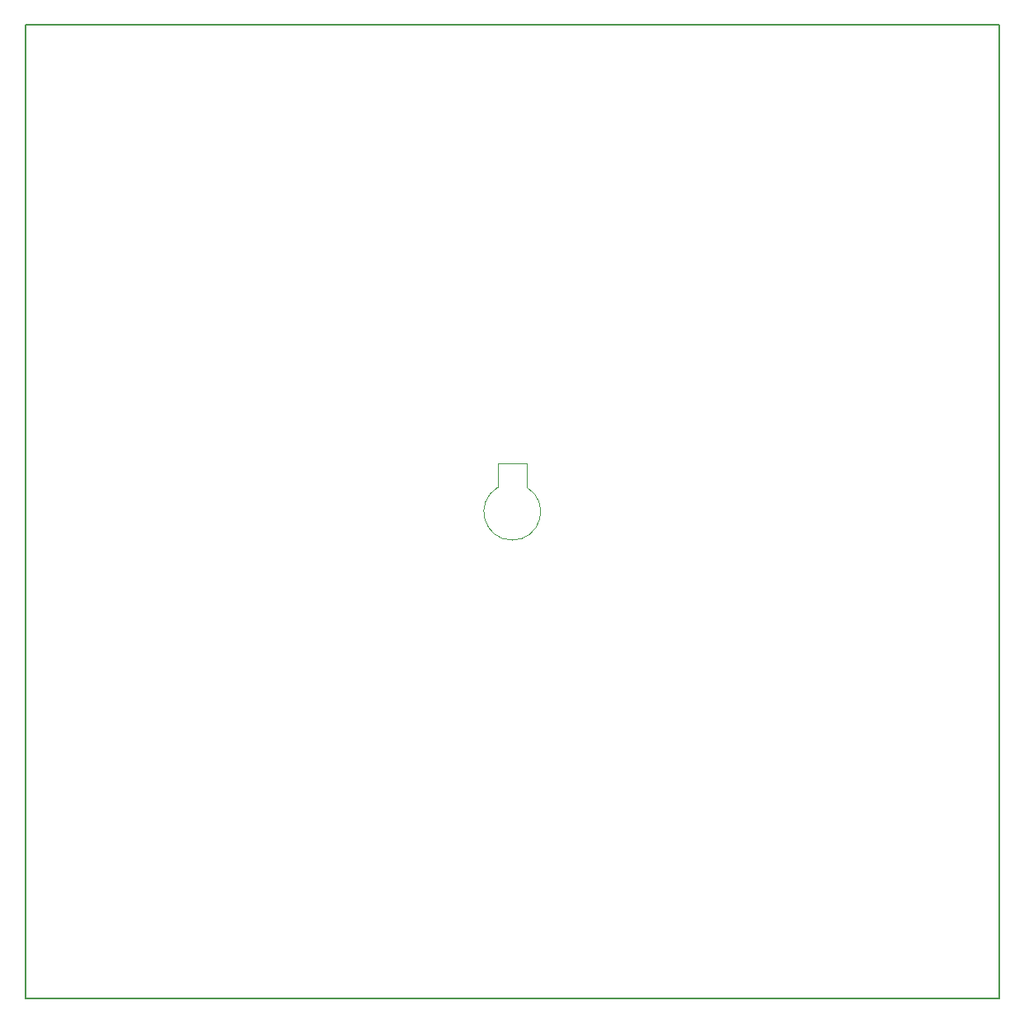
<source format=gbr>
%TF.GenerationSoftware,KiCad,Pcbnew,(6.0.1-0)*%
%TF.CreationDate,2022-09-11T14:38:19-04:00*%
%TF.ProjectId,platter,706c6174-7465-4722-9e6b-696361645f70,rev?*%
%TF.SameCoordinates,Original*%
%TF.FileFunction,Profile,NP*%
%FSLAX46Y46*%
G04 Gerber Fmt 4.6, Leading zero omitted, Abs format (unit mm)*
G04 Created by KiCad (PCBNEW (6.0.1-0)) date 2022-09-11 14:38:19*
%MOMM*%
%LPD*%
G01*
G04 APERTURE LIST*
%TA.AperFunction,Profile*%
%ADD10C,0.100000*%
%TD*%
%TA.AperFunction,Profile*%
%ADD11C,0.200000*%
%TD*%
G04 APERTURE END LIST*
D10*
X61500000Y-58000000D02*
X64500000Y-58000000D01*
D11*
X13000000Y-13000000D02*
X113000000Y-13000000D01*
X113000000Y-13000000D02*
X113000000Y-113000000D01*
X113000000Y-113000000D02*
X13000000Y-113000000D01*
X13000000Y-113000000D02*
X13000000Y-13000000D01*
D10*
X64500000Y-58000000D02*
X64500000Y-60500000D01*
X61500000Y-60500001D02*
G75*
G03*
X64500000Y-60500001I1500000J-2499999D01*
G01*
X61500000Y-60500000D02*
X61500000Y-58000000D01*
M02*

</source>
